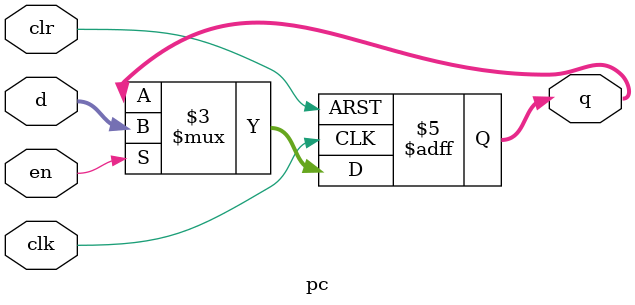
<source format=v>
module pc(q, d, clk, en, clr);
   
   //Inputs
   input  clk, en, clr;
	input [31:0] d;
   
   //Internal wire
   wire clr;

   //Output
   output [31:0] q;
   
   //Register
   reg [31:0] q;

   //Intialize q to 0
   initial
   begin
       q = 32'b0;
   end
	
   always @(posedge clk or posedge clr) begin
       //If clear is high, set q to 0
       if (clr) begin
           q <= 32'b0;
       //If enable is high, set q to the value of d
       end else if (en) begin
           q <= d;
       end
   end
endmodule

</source>
